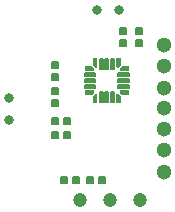
<source format=gbr>
G04 EAGLE Gerber RS-274X export*
G75*
%MOMM*%
%FSLAX34Y34*%
%LPD*%
%INSoldermask Bottom*%
%IPPOS*%
%AMOC8*
5,1,8,0,0,1.08239X$1,22.5*%
G01*
%ADD10C,0.800000*%
%ADD11C,0.189000*%
%ADD12C,0.400000*%
%ADD13C,0.144000*%
%ADD14C,1.300000*%
%ADD15C,1.200000*%

G36*
X84508Y121002D02*
X84508Y121002D01*
X84517Y121001D01*
X84605Y121022D01*
X84695Y121040D01*
X84702Y121045D01*
X84710Y121047D01*
X84783Y121101D01*
X84859Y121153D01*
X84863Y121160D01*
X84870Y121165D01*
X84917Y121243D01*
X84966Y121320D01*
X84967Y121329D01*
X84972Y121336D01*
X84999Y121500D01*
X84999Y123000D01*
X84998Y123007D01*
X84999Y123014D01*
X84998Y123019D01*
X84999Y123025D01*
X84977Y123109D01*
X84960Y123195D01*
X84954Y123203D01*
X84953Y123208D01*
X84951Y123210D01*
X84949Y123217D01*
X84853Y123353D01*
X83353Y124853D01*
X83345Y124858D01*
X83340Y124866D01*
X83337Y124867D01*
X83335Y124870D01*
X83260Y124915D01*
X83187Y124963D01*
X83175Y124965D01*
X83164Y124972D01*
X83000Y124999D01*
X77500Y124999D01*
X77492Y124998D01*
X77483Y124999D01*
X77395Y124978D01*
X77305Y124960D01*
X77298Y124955D01*
X77290Y124953D01*
X77217Y124899D01*
X77141Y124847D01*
X77137Y124840D01*
X77130Y124835D01*
X77083Y124757D01*
X77034Y124680D01*
X77033Y124671D01*
X77028Y124664D01*
X77001Y124500D01*
X77001Y121500D01*
X77002Y121492D01*
X77001Y121483D01*
X77022Y121395D01*
X77040Y121305D01*
X77045Y121298D01*
X77047Y121290D01*
X77101Y121217D01*
X77153Y121141D01*
X77160Y121137D01*
X77165Y121130D01*
X77243Y121083D01*
X77320Y121034D01*
X77329Y121033D01*
X77336Y121028D01*
X77500Y121001D01*
X84500Y121001D01*
X84508Y121002D01*
G37*
G36*
X107508Y94002D02*
X107508Y94002D01*
X107517Y94001D01*
X107605Y94022D01*
X107695Y94040D01*
X107702Y94045D01*
X107710Y94047D01*
X107783Y94101D01*
X107859Y94153D01*
X107863Y94160D01*
X107870Y94165D01*
X107917Y94243D01*
X107966Y94320D01*
X107967Y94329D01*
X107972Y94336D01*
X107999Y94500D01*
X107999Y100000D01*
X107998Y100005D01*
X107999Y100008D01*
X107997Y100016D01*
X107999Y100025D01*
X107977Y100109D01*
X107960Y100195D01*
X107953Y100205D01*
X107949Y100217D01*
X107853Y100353D01*
X106353Y101853D01*
X106348Y101856D01*
X106346Y101860D01*
X106341Y101863D01*
X106335Y101870D01*
X106260Y101915D01*
X106187Y101963D01*
X106175Y101965D01*
X106164Y101972D01*
X106000Y101999D01*
X104500Y101999D01*
X104492Y101998D01*
X104483Y101999D01*
X104395Y101978D01*
X104305Y101960D01*
X104298Y101955D01*
X104290Y101953D01*
X104217Y101899D01*
X104141Y101847D01*
X104137Y101840D01*
X104130Y101835D01*
X104083Y101757D01*
X104034Y101680D01*
X104033Y101671D01*
X104028Y101664D01*
X104001Y101500D01*
X104001Y94500D01*
X104002Y94492D01*
X104001Y94483D01*
X104022Y94395D01*
X104040Y94305D01*
X104045Y94298D01*
X104047Y94290D01*
X104101Y94217D01*
X104153Y94141D01*
X104160Y94137D01*
X104165Y94130D01*
X104243Y94083D01*
X104320Y94034D01*
X104329Y94033D01*
X104336Y94028D01*
X104500Y94001D01*
X107500Y94001D01*
X107508Y94002D01*
G37*
G36*
X83012Y101003D02*
X83012Y101003D01*
X83025Y101001D01*
X83109Y101023D01*
X83195Y101040D01*
X83205Y101048D01*
X83217Y101051D01*
X83353Y101147D01*
X84853Y102647D01*
X84855Y102649D01*
X84857Y102651D01*
X84862Y102659D01*
X84870Y102665D01*
X84915Y102740D01*
X84963Y102813D01*
X84965Y102825D01*
X84972Y102836D01*
X84999Y103000D01*
X84999Y104500D01*
X84998Y104506D01*
X84999Y104512D01*
X84999Y104514D01*
X84999Y104517D01*
X84978Y104605D01*
X84960Y104695D01*
X84955Y104702D01*
X84953Y104710D01*
X84899Y104783D01*
X84847Y104859D01*
X84840Y104863D01*
X84835Y104870D01*
X84757Y104917D01*
X84680Y104966D01*
X84671Y104967D01*
X84664Y104972D01*
X84500Y104999D01*
X77500Y104999D01*
X77492Y104998D01*
X77483Y104999D01*
X77395Y104978D01*
X77305Y104960D01*
X77298Y104955D01*
X77290Y104953D01*
X77217Y104899D01*
X77141Y104847D01*
X77137Y104840D01*
X77130Y104835D01*
X77083Y104757D01*
X77034Y104680D01*
X77033Y104671D01*
X77028Y104664D01*
X77001Y104500D01*
X77001Y101500D01*
X77002Y101492D01*
X77001Y101483D01*
X77022Y101395D01*
X77040Y101305D01*
X77045Y101298D01*
X77047Y101290D01*
X77101Y101217D01*
X77153Y101141D01*
X77160Y101137D01*
X77165Y101130D01*
X77243Y101083D01*
X77320Y101034D01*
X77329Y101033D01*
X77336Y101028D01*
X77500Y101001D01*
X83000Y101001D01*
X83012Y101003D01*
G37*
G36*
X106012Y124003D02*
X106012Y124003D01*
X106025Y124001D01*
X106109Y124023D01*
X106195Y124040D01*
X106205Y124048D01*
X106217Y124051D01*
X106353Y124147D01*
X107853Y125647D01*
X107855Y125649D01*
X107857Y125651D01*
X107862Y125659D01*
X107870Y125665D01*
X107915Y125740D01*
X107963Y125813D01*
X107965Y125825D01*
X107972Y125836D01*
X107999Y126000D01*
X107999Y131500D01*
X107999Y131504D01*
X107999Y131506D01*
X107998Y131510D01*
X107999Y131517D01*
X107978Y131605D01*
X107960Y131695D01*
X107955Y131702D01*
X107953Y131710D01*
X107899Y131783D01*
X107847Y131859D01*
X107840Y131863D01*
X107835Y131870D01*
X107757Y131917D01*
X107680Y131966D01*
X107671Y131967D01*
X107664Y131972D01*
X107500Y131999D01*
X104500Y131999D01*
X104492Y131998D01*
X104483Y131999D01*
X104395Y131978D01*
X104305Y131960D01*
X104298Y131955D01*
X104290Y131953D01*
X104217Y131899D01*
X104141Y131847D01*
X104137Y131840D01*
X104130Y131835D01*
X104083Y131757D01*
X104034Y131680D01*
X104033Y131671D01*
X104028Y131664D01*
X104001Y131500D01*
X104001Y124500D01*
X104002Y124492D01*
X104001Y124483D01*
X104022Y124395D01*
X104040Y124305D01*
X104045Y124298D01*
X104047Y124290D01*
X104101Y124217D01*
X104153Y124141D01*
X104160Y124137D01*
X104165Y124130D01*
X104243Y124083D01*
X104320Y124034D01*
X104329Y124033D01*
X104336Y124028D01*
X104500Y124001D01*
X106000Y124001D01*
X106012Y124003D01*
G37*
G36*
X114508Y121002D02*
X114508Y121002D01*
X114517Y121001D01*
X114605Y121022D01*
X114695Y121040D01*
X114702Y121045D01*
X114710Y121047D01*
X114783Y121101D01*
X114859Y121153D01*
X114863Y121160D01*
X114870Y121165D01*
X114917Y121243D01*
X114966Y121320D01*
X114967Y121329D01*
X114972Y121336D01*
X114999Y121500D01*
X114999Y124500D01*
X114998Y124506D01*
X114999Y124512D01*
X114999Y124514D01*
X114999Y124517D01*
X114978Y124605D01*
X114960Y124695D01*
X114955Y124702D01*
X114953Y124710D01*
X114899Y124783D01*
X114847Y124859D01*
X114840Y124863D01*
X114835Y124870D01*
X114757Y124917D01*
X114680Y124966D01*
X114671Y124967D01*
X114664Y124972D01*
X114500Y124999D01*
X109000Y124999D01*
X108988Y124997D01*
X108975Y124999D01*
X108891Y124977D01*
X108805Y124960D01*
X108795Y124953D01*
X108783Y124949D01*
X108647Y124853D01*
X107147Y123353D01*
X107142Y123345D01*
X107141Y123345D01*
X107139Y123342D01*
X107130Y123335D01*
X107086Y123260D01*
X107037Y123187D01*
X107036Y123180D01*
X107034Y123177D01*
X107033Y123172D01*
X107028Y123164D01*
X107001Y123000D01*
X107001Y121500D01*
X107002Y121492D01*
X107001Y121483D01*
X107022Y121395D01*
X107040Y121305D01*
X107045Y121298D01*
X107047Y121290D01*
X107101Y121217D01*
X107153Y121141D01*
X107160Y121137D01*
X107165Y121130D01*
X107243Y121083D01*
X107320Y121034D01*
X107329Y121033D01*
X107336Y121028D01*
X107500Y121001D01*
X114500Y121001D01*
X114508Y121002D01*
G37*
G36*
X114508Y101002D02*
X114508Y101002D01*
X114517Y101001D01*
X114605Y101022D01*
X114695Y101040D01*
X114702Y101045D01*
X114710Y101047D01*
X114783Y101101D01*
X114859Y101153D01*
X114863Y101160D01*
X114870Y101165D01*
X114917Y101243D01*
X114966Y101320D01*
X114967Y101329D01*
X114972Y101336D01*
X114999Y101500D01*
X114999Y104500D01*
X114998Y104506D01*
X114999Y104512D01*
X114999Y104514D01*
X114999Y104517D01*
X114978Y104605D01*
X114960Y104695D01*
X114955Y104702D01*
X114953Y104710D01*
X114899Y104783D01*
X114847Y104859D01*
X114840Y104863D01*
X114835Y104870D01*
X114757Y104917D01*
X114680Y104966D01*
X114671Y104967D01*
X114664Y104972D01*
X114500Y104999D01*
X107500Y104999D01*
X107492Y104998D01*
X107483Y104999D01*
X107395Y104978D01*
X107305Y104960D01*
X107298Y104955D01*
X107290Y104953D01*
X107217Y104899D01*
X107141Y104847D01*
X107137Y104840D01*
X107130Y104835D01*
X107083Y104757D01*
X107034Y104680D01*
X107033Y104671D01*
X107028Y104664D01*
X107001Y104500D01*
X107001Y103000D01*
X107003Y102988D01*
X107001Y102975D01*
X107023Y102891D01*
X107040Y102805D01*
X107048Y102795D01*
X107051Y102783D01*
X107147Y102647D01*
X108647Y101147D01*
X108658Y101140D01*
X108665Y101130D01*
X108740Y101086D01*
X108813Y101037D01*
X108825Y101035D01*
X108836Y101028D01*
X109000Y101001D01*
X114500Y101001D01*
X114508Y101002D01*
G37*
G36*
X87508Y124002D02*
X87508Y124002D01*
X87517Y124001D01*
X87605Y124022D01*
X87695Y124040D01*
X87702Y124045D01*
X87710Y124047D01*
X87783Y124101D01*
X87859Y124153D01*
X87863Y124160D01*
X87870Y124165D01*
X87917Y124243D01*
X87966Y124320D01*
X87967Y124329D01*
X87972Y124336D01*
X87999Y124500D01*
X87999Y131500D01*
X87999Y131504D01*
X87999Y131506D01*
X87998Y131510D01*
X87999Y131517D01*
X87978Y131605D01*
X87960Y131695D01*
X87955Y131702D01*
X87953Y131710D01*
X87899Y131783D01*
X87847Y131859D01*
X87840Y131863D01*
X87835Y131870D01*
X87757Y131917D01*
X87680Y131966D01*
X87671Y131967D01*
X87664Y131972D01*
X87500Y131999D01*
X84500Y131999D01*
X84492Y131998D01*
X84483Y131999D01*
X84395Y131978D01*
X84305Y131960D01*
X84298Y131955D01*
X84290Y131953D01*
X84217Y131899D01*
X84141Y131847D01*
X84137Y131840D01*
X84130Y131835D01*
X84083Y131757D01*
X84034Y131680D01*
X84033Y131671D01*
X84028Y131664D01*
X84001Y131500D01*
X84001Y126000D01*
X84003Y125988D01*
X84001Y125975D01*
X84023Y125891D01*
X84040Y125805D01*
X84048Y125795D01*
X84051Y125783D01*
X84147Y125647D01*
X85647Y124147D01*
X85658Y124140D01*
X85665Y124130D01*
X85740Y124086D01*
X85813Y124037D01*
X85825Y124035D01*
X85836Y124028D01*
X86000Y124001D01*
X87500Y124001D01*
X87508Y124002D01*
G37*
G36*
X87508Y94002D02*
X87508Y94002D01*
X87517Y94001D01*
X87605Y94022D01*
X87695Y94040D01*
X87702Y94045D01*
X87710Y94047D01*
X87783Y94101D01*
X87859Y94153D01*
X87863Y94160D01*
X87870Y94165D01*
X87917Y94243D01*
X87966Y94320D01*
X87967Y94329D01*
X87972Y94336D01*
X87999Y94500D01*
X87999Y101500D01*
X87999Y101504D01*
X87999Y101506D01*
X87998Y101510D01*
X87999Y101517D01*
X87978Y101605D01*
X87960Y101695D01*
X87955Y101702D01*
X87953Y101710D01*
X87899Y101783D01*
X87847Y101859D01*
X87840Y101863D01*
X87835Y101870D01*
X87757Y101917D01*
X87680Y101966D01*
X87671Y101967D01*
X87664Y101972D01*
X87500Y101999D01*
X86000Y101999D01*
X85988Y101997D01*
X85975Y101999D01*
X85891Y101977D01*
X85805Y101960D01*
X85795Y101953D01*
X85783Y101949D01*
X85647Y101853D01*
X84147Y100353D01*
X84140Y100342D01*
X84130Y100335D01*
X84086Y100260D01*
X84037Y100187D01*
X84035Y100175D01*
X84028Y100164D01*
X84001Y100000D01*
X84001Y94500D01*
X84002Y94492D01*
X84001Y94483D01*
X84022Y94395D01*
X84040Y94305D01*
X84045Y94298D01*
X84047Y94290D01*
X84101Y94217D01*
X84153Y94141D01*
X84160Y94137D01*
X84165Y94130D01*
X84243Y94083D01*
X84320Y94034D01*
X84329Y94033D01*
X84336Y94028D01*
X84500Y94001D01*
X87500Y94001D01*
X87508Y94002D01*
G37*
D10*
X13000Y98500D03*
X13000Y79500D03*
D11*
X94555Y31555D02*
X94555Y26445D01*
X89445Y26445D01*
X89445Y31555D01*
X94555Y31555D01*
X94555Y28240D02*
X89445Y28240D01*
X89445Y30035D02*
X94555Y30035D01*
X79445Y31555D02*
X79445Y26445D01*
X79445Y31555D02*
X84555Y31555D01*
X84555Y26445D01*
X79445Y26445D01*
X79445Y28240D02*
X84555Y28240D01*
X84555Y30035D02*
X79445Y30035D01*
X72555Y31555D02*
X72555Y26445D01*
X67445Y26445D01*
X67445Y31555D01*
X72555Y31555D01*
X72555Y28240D02*
X67445Y28240D01*
X67445Y30035D02*
X72555Y30035D01*
X57445Y31555D02*
X57445Y26445D01*
X57445Y31555D02*
X62555Y31555D01*
X62555Y26445D01*
X57445Y26445D01*
X57445Y28240D02*
X62555Y28240D01*
X62555Y30035D02*
X57445Y30035D01*
D10*
X106500Y173000D03*
X87500Y173000D03*
D11*
X120445Y157555D02*
X125555Y157555D01*
X125555Y152445D01*
X120445Y152445D01*
X120445Y157555D01*
X120445Y154240D02*
X125555Y154240D01*
X125555Y156035D02*
X120445Y156035D01*
X120445Y142445D02*
X125555Y142445D01*
X120445Y142445D02*
X120445Y147555D01*
X125555Y147555D01*
X125555Y142445D01*
X125555Y144240D02*
X120445Y144240D01*
X120445Y146035D02*
X125555Y146035D01*
X112555Y142445D02*
X107445Y142445D01*
X107445Y147555D01*
X112555Y147555D01*
X112555Y142445D01*
X112555Y144240D02*
X107445Y144240D01*
X107445Y146035D02*
X112555Y146035D01*
X112555Y157555D02*
X107445Y157555D01*
X112555Y157555D02*
X112555Y152445D01*
X107445Y152445D01*
X107445Y157555D01*
X107445Y154240D02*
X112555Y154240D01*
X112555Y156035D02*
X107445Y156035D01*
D12*
X81000Y103000D03*
D13*
X77720Y106720D02*
X86280Y106720D01*
X77720Y106720D02*
X77720Y109280D01*
X86280Y109280D01*
X86280Y106720D01*
X86280Y108088D02*
X77720Y108088D01*
X77720Y111720D02*
X86280Y111720D01*
X77720Y111720D02*
X77720Y114280D01*
X86280Y114280D01*
X86280Y111720D01*
X86280Y113088D02*
X77720Y113088D01*
X77720Y116720D02*
X86280Y116720D01*
X77720Y116720D02*
X77720Y119280D01*
X86280Y119280D01*
X86280Y116720D01*
X86280Y118088D02*
X77720Y118088D01*
D12*
X81000Y123000D03*
X86000Y128000D03*
D13*
X89720Y131280D02*
X89720Y122720D01*
X89720Y131280D02*
X92280Y131280D01*
X92280Y122720D01*
X89720Y122720D01*
X89720Y124088D02*
X92280Y124088D01*
X92280Y125456D02*
X89720Y125456D01*
X89720Y126824D02*
X92280Y126824D01*
X92280Y128192D02*
X89720Y128192D01*
X89720Y129560D02*
X92280Y129560D01*
X92280Y130928D02*
X89720Y130928D01*
X94720Y131280D02*
X94720Y122720D01*
X94720Y131280D02*
X97280Y131280D01*
X97280Y122720D01*
X94720Y122720D01*
X94720Y124088D02*
X97280Y124088D01*
X97280Y125456D02*
X94720Y125456D01*
X94720Y126824D02*
X97280Y126824D01*
X97280Y128192D02*
X94720Y128192D01*
X94720Y129560D02*
X97280Y129560D01*
X97280Y130928D02*
X94720Y130928D01*
X99720Y131280D02*
X99720Y122720D01*
X99720Y131280D02*
X102280Y131280D01*
X102280Y122720D01*
X99720Y122720D01*
X99720Y124088D02*
X102280Y124088D01*
X102280Y125456D02*
X99720Y125456D01*
X99720Y126824D02*
X102280Y126824D01*
X102280Y128192D02*
X99720Y128192D01*
X99720Y129560D02*
X102280Y129560D01*
X102280Y130928D02*
X99720Y130928D01*
D12*
X106000Y128000D03*
X111000Y123000D03*
D13*
X114280Y119280D02*
X105720Y119280D01*
X114280Y119280D02*
X114280Y116720D01*
X105720Y116720D01*
X105720Y119280D01*
X105720Y118088D02*
X114280Y118088D01*
X114280Y114280D02*
X105720Y114280D01*
X114280Y114280D02*
X114280Y111720D01*
X105720Y111720D01*
X105720Y114280D01*
X105720Y113088D02*
X114280Y113088D01*
X114280Y109280D02*
X105720Y109280D01*
X114280Y109280D02*
X114280Y106720D01*
X105720Y106720D01*
X105720Y109280D01*
X105720Y108088D02*
X114280Y108088D01*
D12*
X111000Y103000D03*
X106000Y98000D03*
D13*
X102280Y94720D02*
X102280Y103280D01*
X102280Y94720D02*
X99720Y94720D01*
X99720Y103280D01*
X102280Y103280D01*
X102280Y96088D02*
X99720Y96088D01*
X99720Y97456D02*
X102280Y97456D01*
X102280Y98824D02*
X99720Y98824D01*
X99720Y100192D02*
X102280Y100192D01*
X102280Y101560D02*
X99720Y101560D01*
X99720Y102928D02*
X102280Y102928D01*
X97280Y103280D02*
X97280Y94720D01*
X94720Y94720D01*
X94720Y103280D01*
X97280Y103280D01*
X97280Y96088D02*
X94720Y96088D01*
X94720Y97456D02*
X97280Y97456D01*
X97280Y98824D02*
X94720Y98824D01*
X94720Y100192D02*
X97280Y100192D01*
X97280Y101560D02*
X94720Y101560D01*
X94720Y102928D02*
X97280Y102928D01*
X92280Y103280D02*
X92280Y94720D01*
X89720Y94720D01*
X89720Y103280D01*
X92280Y103280D01*
X92280Y96088D02*
X89720Y96088D01*
X89720Y97456D02*
X92280Y97456D01*
X92280Y98824D02*
X89720Y98824D01*
X89720Y100192D02*
X92280Y100192D01*
X92280Y101560D02*
X89720Y101560D01*
X89720Y102928D02*
X92280Y102928D01*
D12*
X86000Y98000D03*
D11*
X54555Y91445D02*
X49445Y91445D01*
X49445Y96555D01*
X54555Y96555D01*
X54555Y91445D01*
X54555Y93240D02*
X49445Y93240D01*
X49445Y95035D02*
X54555Y95035D01*
X54555Y106555D02*
X49445Y106555D01*
X54555Y106555D02*
X54555Y101445D01*
X49445Y101445D01*
X49445Y106555D01*
X49445Y103240D02*
X54555Y103240D01*
X54555Y105035D02*
X49445Y105035D01*
D14*
X144000Y54000D03*
X144000Y72000D03*
X144000Y143000D03*
D11*
X54555Y113445D02*
X49445Y113445D01*
X49445Y118555D01*
X54555Y118555D01*
X54555Y113445D01*
X54555Y115240D02*
X49445Y115240D01*
X49445Y117035D02*
X54555Y117035D01*
X54555Y128555D02*
X49445Y128555D01*
X54555Y128555D02*
X54555Y123445D01*
X49445Y123445D01*
X49445Y128555D01*
X49445Y125240D02*
X54555Y125240D01*
X54555Y127035D02*
X49445Y127035D01*
X64555Y69555D02*
X64555Y64445D01*
X59445Y64445D01*
X59445Y69555D01*
X64555Y69555D01*
X64555Y66240D02*
X59445Y66240D01*
X59445Y68035D02*
X64555Y68035D01*
X49445Y69555D02*
X49445Y64445D01*
X49445Y69555D02*
X54555Y69555D01*
X54555Y64445D01*
X49445Y64445D01*
X49445Y66240D02*
X54555Y66240D01*
X54555Y68035D02*
X49445Y68035D01*
X49445Y76445D02*
X49445Y81555D01*
X54555Y81555D01*
X54555Y76445D01*
X49445Y76445D01*
X49445Y78240D02*
X54555Y78240D01*
X54555Y80035D02*
X49445Y80035D01*
X64555Y81555D02*
X64555Y76445D01*
X59445Y76445D01*
X59445Y81555D01*
X64555Y81555D01*
X64555Y78240D02*
X59445Y78240D01*
X59445Y80035D02*
X64555Y80035D01*
D14*
X144000Y36000D03*
X144000Y90000D03*
X144000Y125000D03*
X144000Y107000D03*
D15*
X124400Y12000D03*
X99000Y12000D03*
X73600Y12000D03*
M02*

</source>
